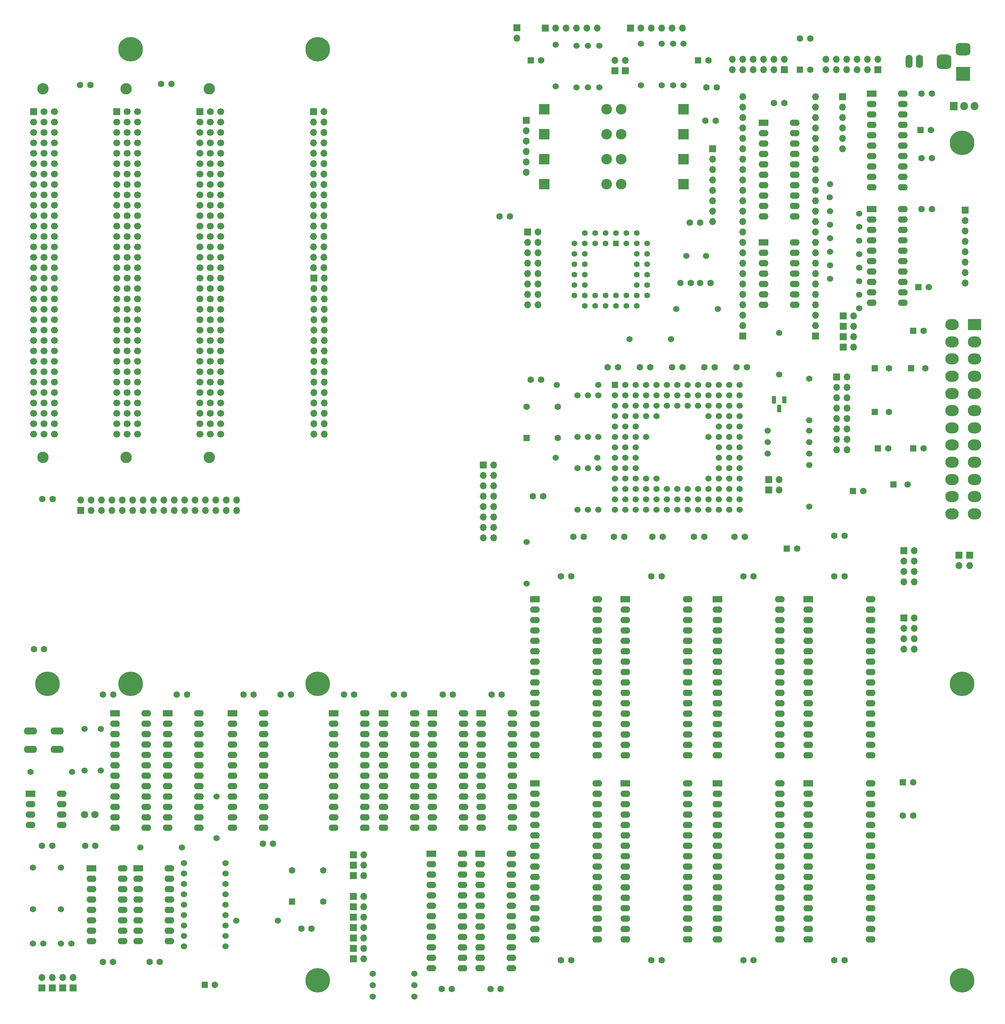
<source format=gbr>
G04 #@! TF.GenerationSoftware,KiCad,Pcbnew,(6.0.0-0)*
G04 #@! TF.CreationDate,2023-11-11T14:38:35+00:00*
G04 #@! TF.ProjectId,rosco_pro_030_proto,726f7363-6f5f-4707-926f-5f3033305f70,p5*
G04 #@! TF.SameCoordinates,Original*
G04 #@! TF.FileFunction,Soldermask,Bot*
G04 #@! TF.FilePolarity,Negative*
%FSLAX46Y46*%
G04 Gerber Fmt 4.6, Leading zero omitted, Abs format (unit mm)*
G04 Created by KiCad (PCBNEW (6.0.0-0)) date 2023-11-11 14:38:35*
%MOMM*%
%LPD*%
G01*
G04 APERTURE LIST*
G04 Aperture macros list*
%AMRoundRect*
0 Rectangle with rounded corners*
0 $1 Rounding radius*
0 $2 $3 $4 $5 $6 $7 $8 $9 X,Y pos of 4 corners*
0 Add a 4 corners polygon primitive as box body*
4,1,4,$2,$3,$4,$5,$6,$7,$8,$9,$2,$3,0*
0 Add four circle primitives for the rounded corners*
1,1,$1+$1,$2,$3*
1,1,$1+$1,$4,$5*
1,1,$1+$1,$6,$7*
1,1,$1+$1,$8,$9*
0 Add four rect primitives between the rounded corners*
20,1,$1+$1,$2,$3,$4,$5,0*
20,1,$1+$1,$4,$5,$6,$7,0*
20,1,$1+$1,$6,$7,$8,$9,0*
20,1,$1+$1,$8,$9,$2,$3,0*%
G04 Aperture macros list end*
%ADD10C,1.600000*%
%ADD11R,2.400000X1.600000*%
%ADD12O,2.400000X1.600000*%
%ADD13R,1.422400X1.422400*%
%ADD14C,1.422400*%
%ADD15C,1.803400*%
%ADD16R,1.600000X1.600000*%
%ADD17R,2.600000X2.600000*%
%ADD18O,2.600000X2.600000*%
%ADD19R,1.524000X1.524000*%
%ADD20C,1.524000*%
%ADD21R,1.700000X1.700000*%
%ADD22O,1.700000X1.700000*%
%ADD23R,3.500000X3.500000*%
%ADD24RoundRect,0.750000X-1.000000X0.750000X-1.000000X-0.750000X1.000000X-0.750000X1.000000X0.750000X0*%
%ADD25RoundRect,0.875000X-0.875000X0.875000X-0.875000X-0.875000X0.875000X-0.875000X0.875000X0.875000X0*%
%ADD26O,1.727200X3.251200*%
%ADD27R,1.100000X1.800000*%
%ADD28RoundRect,0.275000X0.275000X0.625000X-0.275000X0.625000X-0.275000X-0.625000X0.275000X-0.625000X0*%
%ADD29C,6.000000*%
%ADD30R,1.905000X2.000000*%
%ADD31O,1.905000X2.000000*%
%ADD32RoundRect,0.250001X-1.399999X1.099999X-1.399999X-1.099999X1.399999X-1.099999X1.399999X1.099999X0*%
%ADD33O,3.300000X2.700000*%
%ADD34O,3.251200X1.727200*%
%ADD35C,2.800000*%
%ADD36C,1.700000*%
G04 APERTURE END LIST*
D10*
X212809000Y-163704000D03*
X215309000Y-163704000D03*
X235003000Y-163704000D03*
X237503000Y-163704000D03*
X212809000Y-257430000D03*
X215309000Y-257430000D03*
X235003000Y-257430000D03*
X237503000Y-257430000D03*
D11*
X206434000Y-214250000D03*
D12*
X206434000Y-216790000D03*
X206434000Y-219330000D03*
X206434000Y-221870000D03*
X206434000Y-224410000D03*
X206434000Y-226950000D03*
X206434000Y-229490000D03*
X206434000Y-232030000D03*
X206434000Y-234570000D03*
X206434000Y-237110000D03*
X206434000Y-239650000D03*
X206434000Y-242190000D03*
X206434000Y-244730000D03*
X206434000Y-247270000D03*
X206434000Y-249810000D03*
X206434000Y-252350000D03*
X221674000Y-252350000D03*
X221674000Y-249810000D03*
X221674000Y-247270000D03*
X221674000Y-244730000D03*
X221674000Y-242190000D03*
X221674000Y-239650000D03*
X221674000Y-237110000D03*
X221674000Y-234570000D03*
X221674000Y-232030000D03*
X221674000Y-229490000D03*
X221674000Y-226950000D03*
X221674000Y-224410000D03*
X221674000Y-221870000D03*
X221674000Y-219330000D03*
X221674000Y-216790000D03*
X221674000Y-214250000D03*
D13*
X181660000Y-82424000D03*
D14*
X179120000Y-79884000D03*
X179120000Y-82424000D03*
X176580000Y-79884000D03*
X176580000Y-82424000D03*
X174040000Y-79884000D03*
X171500000Y-82424000D03*
X174040000Y-82424000D03*
X171500000Y-84964000D03*
X174040000Y-84964000D03*
X171500000Y-87504000D03*
X174040000Y-87504000D03*
X171500000Y-90044000D03*
X174040000Y-90044000D03*
X171500000Y-92584000D03*
X174040000Y-92584000D03*
X171500000Y-95124000D03*
X174040000Y-97664000D03*
X174040000Y-95124000D03*
X176580000Y-97664000D03*
X176580000Y-95124000D03*
X179120000Y-97664000D03*
X179120000Y-95124000D03*
X181660000Y-97664000D03*
X181660000Y-95124000D03*
X184200000Y-97664000D03*
X184200000Y-95124000D03*
X186740000Y-97664000D03*
X189280000Y-95124000D03*
X186740000Y-95124000D03*
X189280000Y-92584000D03*
X186740000Y-92584000D03*
X189280000Y-90044000D03*
X186740000Y-90044000D03*
X189280000Y-87504000D03*
X186740000Y-87504000D03*
X189280000Y-84964000D03*
X186740000Y-84964000D03*
X189280000Y-82424000D03*
X186740000Y-79884000D03*
X186740000Y-82424000D03*
X184200000Y-79884000D03*
X184200000Y-82424000D03*
X181660000Y-79884000D03*
D10*
X56234800Y-257811000D03*
X58734800Y-257811000D03*
X115173000Y-192533000D03*
X117673000Y-192533000D03*
X139303000Y-192533000D03*
X141803000Y-192533000D03*
D15*
X51777900Y-221882000D03*
X54317900Y-221882000D03*
D10*
X41388500Y-229515000D03*
X43888500Y-229515000D03*
X210616000Y-154052000D03*
X213116000Y-154052000D03*
X190550000Y-154052000D03*
X193050000Y-154052000D03*
X171246000Y-154052000D03*
X173746000Y-154052000D03*
X235000000Y-153798000D03*
X237500000Y-153798000D03*
X39399651Y-181484000D03*
X41899651Y-181484000D03*
X200710000Y-154052000D03*
X203210000Y-154052000D03*
X203250000Y-112650000D03*
X205750000Y-112650000D03*
X99730000Y-192533000D03*
X102230000Y-192533000D03*
D16*
X160832000Y-37720000D03*
D10*
X163332000Y-37720000D03*
X187502000Y-112650000D03*
X190002000Y-112650000D03*
D16*
X223431000Y-156896000D03*
D10*
X225931000Y-156896000D03*
D17*
X198170000Y-61850000D03*
D18*
X182930000Y-61850000D03*
D17*
X198170000Y-67946000D03*
D18*
X182930000Y-67946000D03*
D17*
X198170000Y-49658000D03*
D18*
X182930000Y-49658000D03*
D17*
X164134000Y-55754000D03*
D18*
X179374000Y-55754000D03*
D17*
X164134000Y-61850000D03*
D18*
X179374000Y-61850000D03*
D17*
X164134000Y-49658000D03*
D18*
X179374000Y-49658000D03*
D17*
X164134000Y-67946000D03*
D18*
X179374000Y-67946000D03*
D19*
X181406000Y-116968000D03*
D20*
X183946000Y-116968000D03*
X186486000Y-116968000D03*
X189026000Y-116968000D03*
X191566000Y-116968000D03*
X194106000Y-116968000D03*
X196646000Y-116968000D03*
X199186000Y-116968000D03*
X201726000Y-116968000D03*
X204266000Y-116968000D03*
X206806000Y-116968000D03*
X209346000Y-116968000D03*
X211886000Y-116968000D03*
X181406000Y-119508000D03*
X183946000Y-119508000D03*
X186486000Y-119508000D03*
X189026000Y-119508000D03*
X191566000Y-119508000D03*
X194106000Y-119508000D03*
X196646000Y-119508000D03*
X199186000Y-119508000D03*
X201726000Y-119508000D03*
X204266000Y-119508000D03*
X206806000Y-119508000D03*
X209346000Y-119508000D03*
X211886000Y-119508000D03*
X181406000Y-122048000D03*
X183946000Y-122048000D03*
X186486000Y-122048000D03*
X189026000Y-122048000D03*
X191566000Y-122048000D03*
X194106000Y-122048000D03*
X196646000Y-122048000D03*
X199186000Y-122048000D03*
X201726000Y-122048000D03*
X204266000Y-122048000D03*
X206806000Y-122048000D03*
X209346000Y-122048000D03*
X211886000Y-122048000D03*
X181406000Y-124588000D03*
X183946000Y-124588000D03*
X186486000Y-124588000D03*
X189026000Y-124588000D03*
X191566000Y-124588000D03*
X204266000Y-124588000D03*
X206806000Y-124588000D03*
X209346000Y-124588000D03*
X211886000Y-124588000D03*
X181406000Y-127128000D03*
X183946000Y-127128000D03*
X186486000Y-127128000D03*
X206806000Y-127128000D03*
X209346000Y-127128000D03*
X211886000Y-127128000D03*
X181406000Y-129668000D03*
X183946000Y-129668000D03*
X186486000Y-129668000D03*
X189026000Y-129668000D03*
X204266000Y-129668000D03*
X206806000Y-129668000D03*
X209346000Y-129668000D03*
X211886000Y-129668000D03*
X181406000Y-132208000D03*
X183946000Y-132208000D03*
X186486000Y-132208000D03*
X206806000Y-132208000D03*
X209346000Y-132208000D03*
X211886000Y-132208000D03*
X181406000Y-134748000D03*
X183946000Y-134748000D03*
X186486000Y-134748000D03*
X206806000Y-134748000D03*
X209346000Y-134748000D03*
X211886000Y-134748000D03*
X181406000Y-137288000D03*
X183946000Y-137288000D03*
X186486000Y-137288000D03*
X206806000Y-137288000D03*
X209346000Y-137288000D03*
X211886000Y-137288000D03*
X181406000Y-139828000D03*
X183946000Y-139828000D03*
X186486000Y-139828000D03*
X189026000Y-139828000D03*
X191566000Y-139828000D03*
X204266000Y-139828000D03*
X206806000Y-139828000D03*
X209346000Y-139828000D03*
X211886000Y-139828000D03*
X181406000Y-142368000D03*
X183946000Y-142368000D03*
X186486000Y-142368000D03*
X189026000Y-142368000D03*
X191566000Y-142368000D03*
X194106000Y-142368000D03*
X196646000Y-142368000D03*
X199186000Y-142368000D03*
X201726000Y-142368000D03*
X204266000Y-142368000D03*
X206806000Y-142368000D03*
X209346000Y-142368000D03*
X211886000Y-142368000D03*
X181406000Y-144908000D03*
X183946000Y-144908000D03*
X186486000Y-144908000D03*
X189026000Y-144908000D03*
X191566000Y-144908000D03*
X194106000Y-144908000D03*
X196646000Y-144908000D03*
X199186000Y-144908000D03*
X201726000Y-144908000D03*
X204266000Y-144908000D03*
X206806000Y-144908000D03*
X209346000Y-144908000D03*
X211886000Y-144908000D03*
X181406000Y-147448000D03*
X183946000Y-147448000D03*
X186486000Y-147448000D03*
X189026000Y-147448000D03*
X191566000Y-147448000D03*
X194106000Y-147448000D03*
X196646000Y-147448000D03*
X199186000Y-147448000D03*
X201726000Y-147448000D03*
X204266000Y-147448000D03*
X206806000Y-147448000D03*
X209346000Y-147448000D03*
X211886000Y-147448000D03*
D21*
X185216000Y-29846000D03*
D22*
X187756000Y-29846000D03*
X190296000Y-29846000D03*
X192836000Y-29846000D03*
X195376000Y-29846000D03*
X197916000Y-29846000D03*
D21*
X164388000Y-29846000D03*
D22*
X166928000Y-29846000D03*
X169468000Y-29846000D03*
X172008000Y-29846000D03*
X174548000Y-29846000D03*
X177088000Y-29846000D03*
D21*
X107747000Y-50279300D03*
D22*
X110287000Y-50279300D03*
X107747000Y-52819300D03*
X110287000Y-52819300D03*
X107747000Y-55359300D03*
X110287000Y-55359300D03*
X107747000Y-57899300D03*
X110287000Y-57899300D03*
X107747000Y-60439300D03*
X110287000Y-60439300D03*
X107747000Y-62979300D03*
X110287000Y-62979300D03*
X107747000Y-65519300D03*
X110287000Y-65519300D03*
X107747000Y-68059300D03*
X110287000Y-68059300D03*
X107747000Y-70599300D03*
X110287000Y-70599300D03*
X107747000Y-73139300D03*
X110287000Y-73139300D03*
X107747000Y-75679300D03*
X110287000Y-75679300D03*
X107747000Y-78219300D03*
X110287000Y-78219300D03*
X107747000Y-80759300D03*
X110287000Y-80759300D03*
X107747000Y-83299300D03*
X110287000Y-83299300D03*
X107747000Y-85839300D03*
X110287000Y-85839300D03*
X107747000Y-88379300D03*
X110287000Y-88379300D03*
D21*
X107785000Y-90919300D03*
D22*
X110325000Y-90919300D03*
X107785000Y-93459300D03*
X110325000Y-93459300D03*
X107785000Y-95999300D03*
X110325000Y-95999300D03*
X107785000Y-98539300D03*
X110325000Y-98539300D03*
X107785000Y-101079300D03*
X110325000Y-101079300D03*
X107785000Y-103619300D03*
X110325000Y-103619300D03*
X107785000Y-106159300D03*
X110325000Y-106159300D03*
X107785000Y-108699300D03*
X110325000Y-108699300D03*
X107785000Y-111239300D03*
X110325000Y-111239300D03*
X107785000Y-113779300D03*
X110325000Y-113779300D03*
X107785000Y-116319300D03*
X110325000Y-116319300D03*
X107785000Y-118859300D03*
X110325000Y-118859300D03*
X107785000Y-121399300D03*
X110325000Y-121399300D03*
X107785000Y-123939300D03*
X110325000Y-123939300D03*
X107785000Y-126479300D03*
X110325000Y-126479300D03*
X107785000Y-129019300D03*
X110325000Y-129019300D03*
D21*
X235560000Y-114980000D03*
D22*
X238100000Y-114980000D03*
X235560000Y-117520000D03*
X238100000Y-117520000D03*
X235560000Y-120060000D03*
X238100000Y-120060000D03*
X235560000Y-122600000D03*
X238100000Y-122600000D03*
X235560000Y-125140000D03*
X238100000Y-125140000D03*
X235560000Y-127680000D03*
X238100000Y-127680000D03*
X235560000Y-130220000D03*
X238100000Y-130220000D03*
X235560000Y-132760000D03*
X238100000Y-132760000D03*
D23*
X266496000Y-41022000D03*
D24*
X266496000Y-35022000D03*
D25*
X261796000Y-38022000D03*
D26*
X253288000Y-37974000D03*
X255828000Y-37974000D03*
D21*
X218998000Y-140082000D03*
D22*
X221538000Y-140082000D03*
D20*
X218744000Y-128144000D03*
X228904000Y-128144000D03*
X218744000Y-130938000D03*
X228904000Y-130938000D03*
X218744000Y-133732000D03*
X228904000Y-133732000D03*
X196392000Y-98426000D03*
X206552000Y-98426000D03*
X195630000Y-43816000D03*
X195630000Y-33656000D03*
X192836000Y-43816000D03*
X192836000Y-33656000D03*
X198170000Y-43816000D03*
X198170000Y-33656000D03*
X187756000Y-43816000D03*
X187756000Y-33656000D03*
X174802000Y-44324000D03*
X174802000Y-34164000D03*
X177596000Y-44324000D03*
X177596000Y-34164000D03*
X166928000Y-44070000D03*
X166928000Y-33910000D03*
X48754500Y-211404000D03*
X38594500Y-211404000D03*
X46024000Y-234824000D03*
X46024000Y-244984000D03*
X198805000Y-85472000D03*
X203631000Y-85472000D03*
D10*
X256336000Y-74042000D03*
X258836000Y-74042000D03*
X203758000Y-44324000D03*
X206258000Y-44324000D03*
X203504000Y-52452000D03*
X206004000Y-52452000D03*
D16*
X251764000Y-213996000D03*
D10*
X254264000Y-213996000D03*
D16*
X239572000Y-142876000D03*
D10*
X242072000Y-142876000D03*
X220278000Y-48134000D03*
X222778000Y-48134000D03*
X226618000Y-32386000D03*
X229118000Y-32386000D03*
D11*
X244144000Y-45848000D03*
D12*
X244144000Y-48388000D03*
X244144000Y-50928000D03*
X244144000Y-53468000D03*
X244144000Y-56008000D03*
X244144000Y-58548000D03*
X244144000Y-61088000D03*
X244144000Y-63628000D03*
X244144000Y-66168000D03*
X244144000Y-68708000D03*
X251764000Y-68708000D03*
X251764000Y-66168000D03*
X251764000Y-63628000D03*
X251764000Y-61088000D03*
X251764000Y-58548000D03*
X251764000Y-56008000D03*
X251764000Y-53468000D03*
X251764000Y-50928000D03*
X251764000Y-48388000D03*
X251764000Y-45848000D03*
D11*
X217728000Y-52960000D03*
D12*
X217728000Y-55500000D03*
X217728000Y-58040000D03*
X217728000Y-60580000D03*
X217728000Y-63120000D03*
X217728000Y-65660000D03*
X217728000Y-68200000D03*
X217728000Y-70740000D03*
X217728000Y-73280000D03*
X217728000Y-75820000D03*
X225348000Y-75820000D03*
X225348000Y-73280000D03*
X225348000Y-70740000D03*
X225348000Y-68200000D03*
X225348000Y-65660000D03*
X225348000Y-63120000D03*
X225348000Y-60580000D03*
X225348000Y-58040000D03*
X225348000Y-55500000D03*
X225348000Y-52960000D03*
D11*
X217728000Y-82170000D03*
D12*
X217728000Y-84710000D03*
X217728000Y-87250000D03*
X217728000Y-89790000D03*
X217728000Y-92330000D03*
X217728000Y-94870000D03*
X217728000Y-97410000D03*
X225348000Y-97410000D03*
X225348000Y-94870000D03*
X225348000Y-92330000D03*
X225348000Y-89790000D03*
X225348000Y-87250000D03*
X225348000Y-84710000D03*
X225348000Y-82170000D03*
D21*
X237032000Y-46610000D03*
D22*
X237032000Y-49150000D03*
X237032000Y-51690000D03*
X237032000Y-54230000D03*
X237032000Y-56770000D03*
X237032000Y-59310000D03*
D21*
X222808000Y-40006000D03*
D22*
X222808000Y-37466000D03*
X220268000Y-40006000D03*
X220268000Y-37466000D03*
X217728000Y-40006000D03*
X217728000Y-37466000D03*
X215188000Y-40006000D03*
X215188000Y-37466000D03*
X212648000Y-40006000D03*
X212648000Y-37466000D03*
X210108000Y-40006000D03*
X210108000Y-37466000D03*
D21*
X252018000Y-173874000D03*
D22*
X254558000Y-173874000D03*
X252018000Y-176414000D03*
X254558000Y-176414000D03*
X252018000Y-178954000D03*
X254558000Y-178954000D03*
X252018000Y-181494000D03*
X254558000Y-181494000D03*
D21*
X252018000Y-157390000D03*
D22*
X254558000Y-157390000D03*
X252018000Y-159930000D03*
X254558000Y-159930000D03*
X252018000Y-162470000D03*
X254558000Y-162470000D03*
X252018000Y-165010000D03*
X254558000Y-165010000D03*
D21*
X237188000Y-107748000D03*
D22*
X239728000Y-107748000D03*
D21*
X237204000Y-105208000D03*
D22*
X239744000Y-105208000D03*
D21*
X237188000Y-102668000D03*
D22*
X239728000Y-102668000D03*
D27*
X222808000Y-120632000D03*
D28*
X221538000Y-122702000D03*
X220268000Y-120632000D03*
D20*
X241132102Y-75094102D03*
X233947898Y-67909898D03*
X241096102Y-78360002D03*
X233911898Y-71175798D03*
X241132102Y-81698102D03*
X233947898Y-74513898D03*
X241132102Y-88302102D03*
X233947898Y-81117898D03*
X241132102Y-91604102D03*
X233947898Y-84419898D03*
X221538000Y-114428000D03*
X221538000Y-104268000D03*
D21*
X267004000Y-74296000D03*
D22*
X267004000Y-76836000D03*
X267004000Y-79376000D03*
X267004000Y-81916000D03*
X267004000Y-84456000D03*
X267004000Y-86996000D03*
X267004000Y-89536000D03*
X267004000Y-92076000D03*
D11*
X206434000Y-169292000D03*
D12*
X206434000Y-171832000D03*
X206434000Y-174372000D03*
X206434000Y-176912000D03*
X206434000Y-179452000D03*
X206434000Y-181992000D03*
X206434000Y-184532000D03*
X206434000Y-187072000D03*
X206434000Y-189612000D03*
X206434000Y-192152000D03*
X206434000Y-194692000D03*
X206434000Y-197232000D03*
X206434000Y-199772000D03*
X206434000Y-202312000D03*
X206434000Y-204852000D03*
X206434000Y-207392000D03*
X221674000Y-207392000D03*
X221674000Y-204852000D03*
X221674000Y-202312000D03*
X221674000Y-199772000D03*
X221674000Y-197232000D03*
X221674000Y-194692000D03*
X221674000Y-192152000D03*
X221674000Y-189612000D03*
X221674000Y-187072000D03*
X221674000Y-184532000D03*
X221674000Y-181992000D03*
X221674000Y-179452000D03*
X221674000Y-176912000D03*
X221674000Y-174372000D03*
X221674000Y-171832000D03*
X221674000Y-169292000D03*
D11*
X228628000Y-169292000D03*
D12*
X228628000Y-171832000D03*
X228628000Y-174372000D03*
X228628000Y-176912000D03*
X228628000Y-179452000D03*
X228628000Y-181992000D03*
X228628000Y-184532000D03*
X228628000Y-187072000D03*
X228628000Y-189612000D03*
X228628000Y-192152000D03*
X228628000Y-194692000D03*
X228628000Y-197232000D03*
X228628000Y-199772000D03*
X228628000Y-202312000D03*
X228628000Y-204852000D03*
X228628000Y-207392000D03*
X243868000Y-207392000D03*
X243868000Y-204852000D03*
X243868000Y-202312000D03*
X243868000Y-199772000D03*
X243868000Y-197232000D03*
X243868000Y-194692000D03*
X243868000Y-192152000D03*
X243868000Y-189612000D03*
X243868000Y-187072000D03*
X243868000Y-184532000D03*
X243868000Y-181992000D03*
X243868000Y-179452000D03*
X243868000Y-176912000D03*
X243868000Y-174372000D03*
X243868000Y-171832000D03*
X243868000Y-169292000D03*
D11*
X228628000Y-214250000D03*
D12*
X228628000Y-216790000D03*
X228628000Y-219330000D03*
X228628000Y-221870000D03*
X228628000Y-224410000D03*
X228628000Y-226950000D03*
X228628000Y-229490000D03*
X228628000Y-232030000D03*
X228628000Y-234570000D03*
X228628000Y-237110000D03*
X228628000Y-239650000D03*
X228628000Y-242190000D03*
X228628000Y-244730000D03*
X228628000Y-247270000D03*
X228628000Y-249810000D03*
X228628000Y-252350000D03*
X243868000Y-252350000D03*
X243868000Y-249810000D03*
X243868000Y-247270000D03*
X243868000Y-244730000D03*
X243868000Y-242190000D03*
X243868000Y-239650000D03*
X243868000Y-237110000D03*
X243868000Y-234570000D03*
X243868000Y-232030000D03*
X243868000Y-229490000D03*
X243868000Y-226950000D03*
X243868000Y-224410000D03*
X243868000Y-221870000D03*
X243868000Y-219330000D03*
X243868000Y-216790000D03*
X243868000Y-214250000D03*
D10*
X202234000Y-92076000D03*
X204734000Y-92076000D03*
X199694000Y-77344000D03*
X202194000Y-77344000D03*
X197408000Y-92076000D03*
X199908000Y-92076000D03*
D21*
X160070000Y-79630000D03*
D22*
X162610000Y-79630000D03*
X160070000Y-82170000D03*
X162610000Y-82170000D03*
X160070000Y-84710000D03*
X162610000Y-84710000D03*
X160070000Y-87250000D03*
X162610000Y-87250000D03*
X160070000Y-89790000D03*
X162610000Y-89790000D03*
X160070000Y-92330000D03*
X162610000Y-92330000D03*
X160070000Y-94870000D03*
X162610000Y-94870000D03*
X160070000Y-97410000D03*
X162610000Y-97410000D03*
D21*
X183946000Y-40260000D03*
D22*
X183946000Y-37720000D03*
D21*
X181406000Y-40260000D03*
D22*
X181406000Y-37720000D03*
D17*
X198170000Y-55754000D03*
D18*
X182930000Y-55754000D03*
D20*
X172008000Y-44324000D03*
X172008000Y-34164000D03*
D11*
X38594500Y-216815000D03*
D12*
X38594500Y-219355000D03*
X38594500Y-221895000D03*
X38594500Y-224435000D03*
X46214500Y-224435000D03*
X46214500Y-221895000D03*
X46214500Y-219355000D03*
X46214500Y-216815000D03*
D20*
X39166000Y-234824000D03*
X39166000Y-244984000D03*
D21*
X50838100Y-147599000D03*
D22*
X50838100Y-145059000D03*
X53378100Y-147599000D03*
X53378100Y-145059000D03*
X55918100Y-147599000D03*
X55918100Y-145059000D03*
X58458100Y-147599000D03*
X58458100Y-145059000D03*
X60998100Y-147599000D03*
X60998100Y-145059000D03*
X63538100Y-147599000D03*
X63538100Y-145059000D03*
X66078100Y-147599000D03*
X66078100Y-145059000D03*
X68618100Y-147599000D03*
X68618100Y-145059000D03*
X71158100Y-147599000D03*
X71158100Y-145059000D03*
X73698100Y-147599000D03*
X73698100Y-145059000D03*
X76238100Y-147599000D03*
X76238100Y-145059000D03*
X78778100Y-147599000D03*
X78778100Y-145059000D03*
X81318100Y-147599000D03*
X81318100Y-145059000D03*
X83858100Y-147599000D03*
X83858100Y-145059000D03*
X86398100Y-147599000D03*
X86398100Y-145059000D03*
X88938100Y-147599000D03*
X88938100Y-145059000D03*
D21*
X218998000Y-142622000D03*
D22*
X221538000Y-142622000D03*
D21*
X245665000Y-40006000D03*
D22*
X245665000Y-37466000D03*
X243125000Y-40006000D03*
X243125000Y-37466000D03*
X240585000Y-40006000D03*
X240585000Y-37466000D03*
X238045000Y-40006000D03*
X238045000Y-37466000D03*
X235505000Y-40006000D03*
X235505000Y-37466000D03*
X232965000Y-40006000D03*
X232965000Y-37466000D03*
D21*
X230428000Y-105030000D03*
D22*
X230428000Y-102490000D03*
X230428000Y-99950000D03*
X230428000Y-97410000D03*
X230428000Y-94870000D03*
X230428000Y-92330000D03*
X230428000Y-89790000D03*
X230428000Y-87250000D03*
X230428000Y-84710000D03*
X230428000Y-82170000D03*
X230428000Y-79630000D03*
X230428000Y-77090000D03*
X230428000Y-74550000D03*
X230428000Y-72010000D03*
X230428000Y-69470000D03*
X230428000Y-66930000D03*
X230428000Y-64390000D03*
X230428000Y-61850000D03*
X230428000Y-59310000D03*
X230428000Y-56770000D03*
X230428000Y-54230000D03*
X230428000Y-51690000D03*
X230428000Y-49150000D03*
X230428000Y-46610000D03*
D21*
X212628000Y-105030000D03*
D22*
X212628000Y-102490000D03*
X212628000Y-99950000D03*
X212628000Y-97410000D03*
X212628000Y-94870000D03*
X212628000Y-92330000D03*
X212628000Y-89790000D03*
X212628000Y-87250000D03*
X212628000Y-84710000D03*
X212628000Y-82170000D03*
X212628000Y-79630000D03*
X212628000Y-77090000D03*
X212628000Y-74550000D03*
X212628000Y-72010000D03*
X212628000Y-69470000D03*
X212628000Y-66930000D03*
X212628000Y-64390000D03*
X212628000Y-61850000D03*
X212628000Y-59310000D03*
X212628000Y-56770000D03*
X212628000Y-54230000D03*
X212628000Y-51690000D03*
X212628000Y-49150000D03*
X212628000Y-46610000D03*
D11*
X244144000Y-74042000D03*
D12*
X244144000Y-76582000D03*
X244144000Y-79122000D03*
X244144000Y-81662000D03*
X244144000Y-84202000D03*
X244144000Y-86742000D03*
X244144000Y-89282000D03*
X244144000Y-91822000D03*
X244144000Y-94362000D03*
X244144000Y-96902000D03*
X251764000Y-96902000D03*
X251764000Y-94362000D03*
X251764000Y-91822000D03*
X251764000Y-89282000D03*
X251764000Y-86742000D03*
X251764000Y-84202000D03*
X251764000Y-81662000D03*
X251764000Y-79122000D03*
X251764000Y-76582000D03*
X251764000Y-74042000D03*
D10*
X151241000Y-192533000D03*
X153741000Y-192533000D03*
D29*
X63000000Y-35000000D03*
X108720000Y-35000000D03*
X266200000Y-57860000D03*
X42680000Y-189940000D03*
X63000000Y-189940000D03*
X108720000Y-189940000D03*
X266200000Y-189940000D03*
X108720000Y-262330000D03*
X266200000Y-262330000D03*
D16*
X244906000Y-112904000D03*
D10*
X248406000Y-112904000D03*
D16*
X253796000Y-112904000D03*
D10*
X257296000Y-112904000D03*
D16*
X245668000Y-132462000D03*
D10*
X248168000Y-132462000D03*
X251764000Y-222124000D03*
X254264000Y-222124000D03*
D16*
X254304000Y-103760000D03*
D10*
X256804000Y-103760000D03*
D16*
X226618000Y-40006000D03*
D10*
X229118000Y-40006000D03*
D16*
X254304000Y-132462000D03*
D10*
X256804000Y-132462000D03*
D16*
X244906000Y-123572000D03*
D10*
X248406000Y-123572000D03*
D16*
X255574000Y-93092000D03*
D10*
X258074000Y-93092000D03*
X256336000Y-45848000D03*
X258836000Y-45848000D03*
X127365000Y-192533000D03*
X129865000Y-192533000D03*
X161340000Y-144146000D03*
X163840000Y-144146000D03*
X160832000Y-115698000D03*
X163332000Y-115698000D03*
X179628000Y-112650000D03*
X182128000Y-112650000D03*
X195376000Y-112650000D03*
X197876000Y-112650000D03*
X211124000Y-112650000D03*
X213624000Y-112650000D03*
D20*
X228904000Y-136526000D03*
X228904000Y-146686000D03*
X228904000Y-115444000D03*
X228904000Y-125604000D03*
X174802000Y-129668000D03*
X174802000Y-119508000D03*
X177342000Y-116968000D03*
X167182000Y-116968000D03*
X184962000Y-105792000D03*
X195122000Y-105792000D03*
X177088000Y-134748000D03*
X166928000Y-134748000D03*
X177342000Y-137288000D03*
X177342000Y-147448000D03*
X172262000Y-147448000D03*
X172262000Y-137288000D03*
X177342000Y-129668000D03*
X177342000Y-119508000D03*
X172262000Y-129668000D03*
X172262000Y-119508000D03*
X174802000Y-147448000D03*
X174802000Y-137288000D03*
D11*
X161848000Y-214250000D03*
D12*
X161848000Y-216790000D03*
X161848000Y-219330000D03*
X161848000Y-221870000D03*
X161848000Y-224410000D03*
X161848000Y-226950000D03*
X161848000Y-229490000D03*
X161848000Y-232030000D03*
X161848000Y-234570000D03*
X161848000Y-237110000D03*
X161848000Y-239650000D03*
X161848000Y-242190000D03*
X161848000Y-244730000D03*
X161848000Y-247270000D03*
X161848000Y-249810000D03*
X161848000Y-252350000D03*
X177088000Y-252350000D03*
X177088000Y-249810000D03*
X177088000Y-247270000D03*
X177088000Y-244730000D03*
X177088000Y-242190000D03*
X177088000Y-239650000D03*
X177088000Y-237110000D03*
X177088000Y-234570000D03*
X177088000Y-232030000D03*
X177088000Y-229490000D03*
X177088000Y-226950000D03*
X177088000Y-224410000D03*
X177088000Y-221870000D03*
X177088000Y-219330000D03*
X177088000Y-216790000D03*
X177088000Y-214250000D03*
D11*
X183946000Y-214250000D03*
D12*
X183946000Y-216790000D03*
X183946000Y-219330000D03*
X183946000Y-221870000D03*
X183946000Y-224410000D03*
X183946000Y-226950000D03*
X183946000Y-229490000D03*
X183946000Y-232030000D03*
X183946000Y-234570000D03*
X183946000Y-237110000D03*
X183946000Y-239650000D03*
X183946000Y-242190000D03*
X183946000Y-244730000D03*
X183946000Y-247270000D03*
X183946000Y-249810000D03*
X183946000Y-252350000D03*
X199186000Y-252350000D03*
X199186000Y-249810000D03*
X199186000Y-247270000D03*
X199186000Y-244730000D03*
X199186000Y-242190000D03*
X199186000Y-239650000D03*
X199186000Y-237110000D03*
X199186000Y-234570000D03*
X199186000Y-232030000D03*
X199186000Y-229490000D03*
X199186000Y-226950000D03*
X199186000Y-224410000D03*
X199186000Y-221870000D03*
X199186000Y-219330000D03*
X199186000Y-216790000D03*
X199186000Y-214250000D03*
D10*
X168223000Y-163704000D03*
X170723000Y-163704000D03*
X190296000Y-163704000D03*
X192796000Y-163704000D03*
X168223000Y-257430000D03*
X170723000Y-257430000D03*
X190321000Y-257430000D03*
X192821000Y-257430000D03*
D11*
X161848000Y-169292000D03*
D12*
X161848000Y-171832000D03*
X161848000Y-174372000D03*
X161848000Y-176912000D03*
X161848000Y-179452000D03*
X161848000Y-181992000D03*
X161848000Y-184532000D03*
X161848000Y-187072000D03*
X161848000Y-189612000D03*
X161848000Y-192152000D03*
X161848000Y-194692000D03*
X161848000Y-197232000D03*
X161848000Y-199772000D03*
X161848000Y-202312000D03*
X161848000Y-204852000D03*
X161848000Y-207392000D03*
X177088000Y-207392000D03*
X177088000Y-204852000D03*
X177088000Y-202312000D03*
X177088000Y-199772000D03*
X177088000Y-197232000D03*
X177088000Y-194692000D03*
X177088000Y-192152000D03*
X177088000Y-189612000D03*
X177088000Y-187072000D03*
X177088000Y-184532000D03*
X177088000Y-181992000D03*
X177088000Y-179452000D03*
X177088000Y-176912000D03*
X177088000Y-174372000D03*
X177088000Y-171832000D03*
X177088000Y-169292000D03*
D11*
X183946000Y-169292000D03*
D12*
X183946000Y-171832000D03*
X183946000Y-174372000D03*
X183946000Y-176912000D03*
X183946000Y-179452000D03*
X183946000Y-181992000D03*
X183946000Y-184532000D03*
X183946000Y-187072000D03*
X183946000Y-189612000D03*
X183946000Y-192152000D03*
X183946000Y-194692000D03*
X183946000Y-197232000D03*
X183946000Y-199772000D03*
X183946000Y-202312000D03*
X183946000Y-204852000D03*
X183946000Y-207392000D03*
X199186000Y-207392000D03*
X199186000Y-204852000D03*
X199186000Y-202312000D03*
X199186000Y-199772000D03*
X199186000Y-197232000D03*
X199186000Y-194692000D03*
X199186000Y-192152000D03*
X199186000Y-189612000D03*
X199186000Y-187072000D03*
X199186000Y-184532000D03*
X199186000Y-181992000D03*
X199186000Y-179452000D03*
X199186000Y-176912000D03*
X199186000Y-174372000D03*
X199186000Y-171832000D03*
X199186000Y-169292000D03*
D20*
X241132102Y-94906102D03*
X233947898Y-87721898D03*
X241132102Y-85000102D03*
X233947898Y-77815898D03*
X241132102Y-98208102D03*
X233947898Y-91023898D03*
D21*
X205282000Y-59310000D03*
D22*
X205282000Y-61850000D03*
X205282000Y-64390000D03*
X205282000Y-66930000D03*
X205282000Y-69470000D03*
X205282000Y-72010000D03*
X205282000Y-74550000D03*
X205282000Y-77090000D03*
D21*
X149238000Y-136474000D03*
D22*
X151778000Y-136474000D03*
X149238000Y-139014000D03*
X151778000Y-139014000D03*
X149238000Y-141554000D03*
X151778000Y-141554000D03*
X149238000Y-144094000D03*
X151778000Y-144094000D03*
X149238000Y-146634000D03*
X151778000Y-146634000D03*
X149238000Y-149174000D03*
X151778000Y-149174000D03*
X149238000Y-151714000D03*
X151778000Y-151714000D03*
X149238000Y-154254000D03*
X151778000Y-154254000D03*
D10*
X256336000Y-61596000D03*
X258836000Y-61596000D03*
D16*
X256082000Y-54738000D03*
D10*
X258582000Y-54738000D03*
D30*
X264210000Y-48896000D03*
D31*
X266750000Y-48896000D03*
X269290000Y-48896000D03*
D32*
X269290000Y-102236000D03*
D33*
X269290000Y-106436000D03*
X269290000Y-110636000D03*
X269290000Y-114836000D03*
X269290000Y-119036000D03*
X269290000Y-123236000D03*
X269290000Y-127436000D03*
X269290000Y-131636000D03*
X269290000Y-135836000D03*
X269290000Y-140036000D03*
X269290000Y-144236000D03*
X269290000Y-148436000D03*
X263790000Y-102236000D03*
X263790000Y-106436000D03*
X263790000Y-110636000D03*
X263790000Y-114836000D03*
X263790000Y-119036000D03*
X263790000Y-123236000D03*
X263790000Y-127436000D03*
X263790000Y-131636000D03*
X263790000Y-135836000D03*
X263790000Y-140036000D03*
X263790000Y-144236000D03*
X263790000Y-148436000D03*
D21*
X43942000Y-264160000D03*
D22*
X43942000Y-261620000D03*
D21*
X157460000Y-29730000D03*
D22*
X157460000Y-32270000D03*
D10*
X153212000Y-75820000D03*
X155712000Y-75820000D03*
D20*
X39166000Y-253366000D03*
X41706000Y-253366000D03*
X46024000Y-253366000D03*
X48564000Y-253366000D03*
D34*
X38594500Y-201447400D03*
X45096900Y-201447400D03*
X38594500Y-205968600D03*
X45096900Y-205968600D03*
D16*
X201726000Y-37720000D03*
D10*
X204226000Y-37720000D03*
X181152000Y-154052000D03*
X183652000Y-154052000D03*
X51920000Y-229480000D03*
X54420000Y-229480000D03*
D21*
X265518000Y-158545000D03*
D22*
X265518000Y-161085000D03*
D21*
X268072000Y-158545000D03*
D22*
X268072000Y-161085000D03*
D20*
X159816000Y-155270000D03*
X159816000Y-165430000D03*
D16*
X159816000Y-129922000D03*
D10*
X167436000Y-129922000D03*
X167436000Y-122302000D03*
X159816000Y-122302000D03*
D20*
X99009200Y-247777000D03*
X88849200Y-247777000D03*
D10*
X150987000Y-264415000D03*
X153487000Y-264415000D03*
X139049000Y-264415000D03*
X141549000Y-264415000D03*
X74333100Y-192533000D03*
X76833100Y-192533000D03*
X90614500Y-192533000D03*
X93114500Y-192533000D03*
D16*
X81126800Y-263399000D03*
D10*
X83626800Y-263399000D03*
D11*
X136753000Y-197105000D03*
D12*
X136753000Y-199645000D03*
X136753000Y-202185000D03*
X136753000Y-204725000D03*
X136753000Y-207265000D03*
X136753000Y-209805000D03*
X136753000Y-212345000D03*
X136753000Y-214885000D03*
X136753000Y-217425000D03*
X136753000Y-219965000D03*
X136753000Y-222505000D03*
X136753000Y-225045000D03*
X144373000Y-225045000D03*
X144373000Y-222505000D03*
X144373000Y-219965000D03*
X144373000Y-217425000D03*
X144373000Y-214885000D03*
X144373000Y-212345000D03*
X144373000Y-209805000D03*
X144373000Y-207265000D03*
X144373000Y-204725000D03*
X144373000Y-202185000D03*
X144373000Y-199645000D03*
X144373000Y-197105000D03*
D11*
X148691000Y-197105000D03*
D12*
X148691000Y-199645000D03*
X148691000Y-202185000D03*
X148691000Y-204725000D03*
X148691000Y-207265000D03*
X148691000Y-209805000D03*
X148691000Y-212345000D03*
X148691000Y-214885000D03*
X148691000Y-217425000D03*
X148691000Y-219965000D03*
X148691000Y-222505000D03*
X148691000Y-225045000D03*
X156311000Y-225045000D03*
X156311000Y-222505000D03*
X156311000Y-219965000D03*
X156311000Y-217425000D03*
X156311000Y-214885000D03*
X156311000Y-212345000D03*
X156311000Y-209805000D03*
X156311000Y-207265000D03*
X156311000Y-204725000D03*
X156311000Y-202185000D03*
X156311000Y-199645000D03*
X156311000Y-197105000D03*
D11*
X148437000Y-231395000D03*
D12*
X148437000Y-233935000D03*
X148437000Y-236475000D03*
X148437000Y-239015000D03*
X148437000Y-241555000D03*
X148437000Y-244095000D03*
X148437000Y-246635000D03*
X148437000Y-249175000D03*
X148437000Y-251715000D03*
X148437000Y-254255000D03*
X148437000Y-256795000D03*
X148437000Y-259335000D03*
X156057000Y-259335000D03*
X156057000Y-256795000D03*
X156057000Y-254255000D03*
X156057000Y-251715000D03*
X156057000Y-249175000D03*
X156057000Y-246635000D03*
X156057000Y-244095000D03*
X156057000Y-241555000D03*
X156057000Y-239015000D03*
X156057000Y-236475000D03*
X156057000Y-233935000D03*
X156057000Y-231395000D03*
D11*
X136499000Y-231395000D03*
D12*
X136499000Y-233935000D03*
X136499000Y-236475000D03*
X136499000Y-239015000D03*
X136499000Y-241555000D03*
X136499000Y-244095000D03*
X136499000Y-246635000D03*
X136499000Y-249175000D03*
X136499000Y-251715000D03*
X136499000Y-254255000D03*
X136499000Y-256795000D03*
X136499000Y-259335000D03*
X144119000Y-259335000D03*
X144119000Y-256795000D03*
X144119000Y-254255000D03*
X144119000Y-251715000D03*
X144119000Y-249175000D03*
X144119000Y-246635000D03*
X144119000Y-244095000D03*
X144119000Y-241555000D03*
X144119000Y-239015000D03*
X144119000Y-236475000D03*
X144119000Y-233935000D03*
X144119000Y-231395000D03*
D20*
X75538800Y-229871000D03*
X65378800Y-229871000D03*
X84074000Y-217424000D03*
X84074000Y-227584000D03*
X122224000Y-260694000D03*
X132384000Y-260694000D03*
X122224000Y-263488000D03*
X132384000Y-263488000D03*
X86206800Y-251461000D03*
X76046800Y-251461000D03*
X86206800Y-248921000D03*
X76046800Y-248921000D03*
X86206800Y-241301000D03*
X76046800Y-241301000D03*
X86206800Y-233681000D03*
X76046800Y-233681000D03*
X86206800Y-236221000D03*
X76046800Y-236221000D03*
X86206800Y-238761000D03*
X76046800Y-238761000D03*
X86206800Y-243841000D03*
X76046800Y-243841000D03*
X86206800Y-254001000D03*
X76046800Y-254001000D03*
X76046800Y-246381000D03*
X86206800Y-246381000D03*
D21*
X117512000Y-231649000D03*
D22*
X120052000Y-231649000D03*
D21*
X117512000Y-234189000D03*
D22*
X120052000Y-234189000D03*
D21*
X117512000Y-236729000D03*
D22*
X120052000Y-236729000D03*
D21*
X117512000Y-241809000D03*
D22*
X120052000Y-241809000D03*
D21*
X117512000Y-244349000D03*
D22*
X120052000Y-244349000D03*
D21*
X117512000Y-246889000D03*
D22*
X120052000Y-246889000D03*
D21*
X117512000Y-249429000D03*
D22*
X120052000Y-249429000D03*
D21*
X117512000Y-251969000D03*
D22*
X120052000Y-251969000D03*
D21*
X117512000Y-254509000D03*
D22*
X120052000Y-254509000D03*
D21*
X117512000Y-257049000D03*
D22*
X120052000Y-257049000D03*
D10*
X67664800Y-257811000D03*
X70164800Y-257811000D03*
D11*
X112623000Y-197105000D03*
D12*
X112623000Y-199645000D03*
X112623000Y-202185000D03*
X112623000Y-204725000D03*
X112623000Y-207265000D03*
X112623000Y-209805000D03*
X112623000Y-212345000D03*
X112623000Y-214885000D03*
X112623000Y-217425000D03*
X112623000Y-219965000D03*
X112623000Y-222505000D03*
X112623000Y-225045000D03*
X120243000Y-225045000D03*
X120243000Y-222505000D03*
X120243000Y-219965000D03*
X120243000Y-217425000D03*
X120243000Y-214885000D03*
X120243000Y-212345000D03*
X120243000Y-209805000D03*
X120243000Y-207265000D03*
X120243000Y-204725000D03*
X120243000Y-202185000D03*
X120243000Y-199645000D03*
X120243000Y-197105000D03*
D11*
X124815000Y-197105000D03*
D12*
X124815000Y-199645000D03*
X124815000Y-202185000D03*
X124815000Y-204725000D03*
X124815000Y-207265000D03*
X124815000Y-209805000D03*
X124815000Y-212345000D03*
X124815000Y-214885000D03*
X124815000Y-217425000D03*
X124815000Y-219965000D03*
X124815000Y-222505000D03*
X124815000Y-225045000D03*
X132435000Y-225045000D03*
X132435000Y-222505000D03*
X132435000Y-219965000D03*
X132435000Y-217425000D03*
X132435000Y-214885000D03*
X132435000Y-212345000D03*
X132435000Y-209805000D03*
X132435000Y-207265000D03*
X132435000Y-204725000D03*
X132435000Y-202185000D03*
X132435000Y-199645000D03*
X132435000Y-197105000D03*
D20*
X122224000Y-266282000D03*
X132384000Y-266282000D03*
D11*
X53440800Y-234951000D03*
D12*
X53440800Y-237491000D03*
X53440800Y-240031000D03*
X53440800Y-242571000D03*
X53440800Y-245111000D03*
X53440800Y-247651000D03*
X53440800Y-250191000D03*
X53440800Y-252731000D03*
X61060800Y-252731000D03*
X61060800Y-250191000D03*
X61060800Y-247651000D03*
X61060800Y-245111000D03*
X61060800Y-242571000D03*
X61060800Y-240031000D03*
X61060800Y-237491000D03*
X61060800Y-234951000D03*
D11*
X64870800Y-234951000D03*
D12*
X64870800Y-237491000D03*
X64870800Y-240031000D03*
X64870800Y-242571000D03*
X64870800Y-245111000D03*
X64870800Y-247651000D03*
X64870800Y-250191000D03*
X64870800Y-252731000D03*
X72490800Y-252731000D03*
X72490800Y-250191000D03*
X72490800Y-247651000D03*
X72490800Y-245111000D03*
X72490800Y-242571000D03*
X72490800Y-240031000D03*
X72490800Y-237491000D03*
X72490800Y-234951000D03*
D10*
X50711100Y-43700700D03*
X53211100Y-43700700D03*
X41452000Y-144780000D03*
X43952000Y-144780000D03*
X104749000Y-249683000D03*
X107249000Y-249683000D03*
X97840800Y-228981000D03*
X95340800Y-228981000D03*
D11*
X87934800Y-197105000D03*
D12*
X87934800Y-199645000D03*
X87934800Y-202185000D03*
X87934800Y-204725000D03*
X87934800Y-207265000D03*
X87934800Y-209805000D03*
X87934800Y-212345000D03*
X87934800Y-214885000D03*
X87934800Y-217425000D03*
X87934800Y-219965000D03*
X87934800Y-222505000D03*
X87934800Y-225045000D03*
X95554800Y-225045000D03*
X95554800Y-222505000D03*
X95554800Y-219965000D03*
X95554800Y-217425000D03*
X95554800Y-214885000D03*
X95554800Y-212345000D03*
X95554800Y-209805000D03*
X95554800Y-207265000D03*
X95554800Y-204725000D03*
X95554800Y-202185000D03*
X95554800Y-199645000D03*
X95554800Y-197105000D03*
D11*
X72112800Y-197105000D03*
D12*
X72112800Y-199645000D03*
X72112800Y-202185000D03*
X72112800Y-204725000D03*
X72112800Y-207265000D03*
X72112800Y-209805000D03*
X72112800Y-212345000D03*
X72112800Y-214885000D03*
X72112800Y-217425000D03*
X72112800Y-219965000D03*
X72112800Y-222505000D03*
X72112800Y-225045000D03*
X79732800Y-225045000D03*
X79732800Y-222505000D03*
X79732800Y-219965000D03*
X79732800Y-217425000D03*
X79732800Y-214885000D03*
X79732800Y-212345000D03*
X79732800Y-209805000D03*
X79732800Y-207265000D03*
X79732800Y-204725000D03*
X79732800Y-202185000D03*
X79732800Y-199645000D03*
X79732800Y-197105000D03*
D10*
X70510400Y-43484800D03*
X73010400Y-43484800D03*
D16*
X102463000Y-243079000D03*
D10*
X110083000Y-243079000D03*
X110083000Y-235459000D03*
X102463000Y-235459000D03*
D20*
X51790600Y-211087000D03*
X51790600Y-200927000D03*
D21*
X237211000Y-100127000D03*
D22*
X239751000Y-100127000D03*
D35*
X41610000Y-44649300D03*
X41610000Y-134649300D03*
D21*
X39370000Y-50279300D03*
D36*
X39370000Y-52819300D03*
X39370000Y-55359300D03*
X39370000Y-57899300D03*
X39370000Y-60439300D03*
X39370000Y-62979300D03*
X39370000Y-65519300D03*
X39370000Y-68059300D03*
X39370000Y-70599300D03*
X39370000Y-73139300D03*
X39370000Y-75679300D03*
X39370000Y-78219300D03*
X39370000Y-80759300D03*
X39370000Y-83299300D03*
X39370000Y-85839300D03*
X39370000Y-88379300D03*
X39370000Y-90919300D03*
X39370000Y-93459300D03*
X39370000Y-95999300D03*
X39370000Y-98539300D03*
X39370000Y-101079300D03*
X39370000Y-103619300D03*
X39370000Y-106159300D03*
X39370000Y-108699300D03*
X39370000Y-111239300D03*
X39370000Y-113779300D03*
X39370000Y-116319300D03*
X39370000Y-118859300D03*
X39370000Y-121399300D03*
X39370000Y-123939300D03*
X39370000Y-126479300D03*
X39370000Y-129019300D03*
X41910000Y-50279300D03*
X41910000Y-52819300D03*
X41910000Y-55359300D03*
X41910000Y-57899300D03*
X41910000Y-60439300D03*
X41910000Y-62979300D03*
X41910000Y-65519300D03*
X41910000Y-68059300D03*
X41910000Y-70599300D03*
X41910000Y-73139300D03*
X41910000Y-75679300D03*
X41910000Y-78219300D03*
X41910000Y-80759300D03*
X41910000Y-83299300D03*
X41910000Y-85839300D03*
X41910000Y-88379300D03*
X41910000Y-90919300D03*
X41910000Y-93459300D03*
X41910000Y-95999300D03*
X41910000Y-98539300D03*
X41910000Y-101079300D03*
X41910000Y-103619300D03*
X41910000Y-106159300D03*
X41910000Y-108699300D03*
X41910000Y-111239300D03*
X41910000Y-113779300D03*
X41910000Y-116319300D03*
X41910000Y-118859300D03*
X41910000Y-121399300D03*
X41910000Y-123939300D03*
X41910000Y-126479300D03*
X41910000Y-129019300D03*
X44450000Y-50279300D03*
X44450000Y-52819300D03*
X44450000Y-55359300D03*
X44450000Y-57899300D03*
X44450000Y-60439300D03*
X44450000Y-62979300D03*
X44450000Y-65519300D03*
X44450000Y-68059300D03*
X44450000Y-70599300D03*
X44450000Y-73139300D03*
X44450000Y-75679300D03*
X44450000Y-78219300D03*
X44450000Y-80759300D03*
X44450000Y-83299300D03*
X44450000Y-85839300D03*
X44450000Y-88379300D03*
X44450000Y-90919300D03*
X44450000Y-93459300D03*
X44450000Y-95999300D03*
X44450000Y-98539300D03*
X44450000Y-101079300D03*
X44450000Y-103619300D03*
X44450000Y-106159300D03*
X44450000Y-108699300D03*
X44450000Y-111239300D03*
X44450000Y-113779300D03*
X44450000Y-116319300D03*
X44450000Y-118859300D03*
X44450000Y-121399300D03*
X44450000Y-123939300D03*
X44450000Y-126479300D03*
X44450000Y-129019300D03*
D35*
X82250000Y-44649300D03*
X82250000Y-134649300D03*
D21*
X80010000Y-50279300D03*
D36*
X80010000Y-52819300D03*
X80010000Y-55359300D03*
X80010000Y-57899300D03*
X80010000Y-60439300D03*
X80010000Y-62979300D03*
X80010000Y-65519300D03*
X80010000Y-68059300D03*
X80010000Y-70599300D03*
X80010000Y-73139300D03*
X80010000Y-75679300D03*
X80010000Y-78219300D03*
X80010000Y-80759300D03*
X80010000Y-83299300D03*
X80010000Y-85839300D03*
X80010000Y-88379300D03*
X80010000Y-90919300D03*
X80010000Y-93459300D03*
X80010000Y-95999300D03*
X80010000Y-98539300D03*
X80010000Y-101079300D03*
X80010000Y-103619300D03*
X80010000Y-106159300D03*
X80010000Y-108699300D03*
X80010000Y-111239300D03*
X80010000Y-113779300D03*
X80010000Y-116319300D03*
X80010000Y-118859300D03*
X80010000Y-121399300D03*
X80010000Y-123939300D03*
X80010000Y-126479300D03*
X80010000Y-129019300D03*
X82550000Y-50279300D03*
X82550000Y-52819300D03*
X82550000Y-55359300D03*
X82550000Y-57899300D03*
X82550000Y-60439300D03*
X82550000Y-62979300D03*
X82550000Y-65519300D03*
X82550000Y-68059300D03*
X82550000Y-70599300D03*
X82550000Y-73139300D03*
X82550000Y-75679300D03*
X82550000Y-78219300D03*
X82550000Y-80759300D03*
X82550000Y-83299300D03*
X82550000Y-85839300D03*
X82550000Y-88379300D03*
X82550000Y-90919300D03*
X82550000Y-93459300D03*
X82550000Y-95999300D03*
X82550000Y-98539300D03*
X82550000Y-101079300D03*
X82550000Y-103619300D03*
X82550000Y-106159300D03*
X82550000Y-108699300D03*
X82550000Y-111239300D03*
X82550000Y-113779300D03*
X82550000Y-116319300D03*
X82550000Y-118859300D03*
X82550000Y-121399300D03*
X82550000Y-123939300D03*
X82550000Y-126479300D03*
X82550000Y-129019300D03*
X85090000Y-50279300D03*
X85090000Y-52819300D03*
X85090000Y-55359300D03*
X85090000Y-57899300D03*
X85090000Y-60439300D03*
X85090000Y-62979300D03*
X85090000Y-65519300D03*
X85090000Y-68059300D03*
X85090000Y-70599300D03*
X85090000Y-73139300D03*
X85090000Y-75679300D03*
X85090000Y-78219300D03*
X85090000Y-80759300D03*
X85090000Y-83299300D03*
X85090000Y-85839300D03*
X85090000Y-88379300D03*
X85090000Y-90919300D03*
X85090000Y-93459300D03*
X85090000Y-95999300D03*
X85090000Y-98539300D03*
X85090000Y-101079300D03*
X85090000Y-103619300D03*
X85090000Y-106159300D03*
X85090000Y-108699300D03*
X85090000Y-111239300D03*
X85090000Y-113779300D03*
X85090000Y-116319300D03*
X85090000Y-118859300D03*
X85090000Y-121399300D03*
X85090000Y-123939300D03*
X85090000Y-126479300D03*
X85090000Y-129019300D03*
D21*
X159710000Y-52330000D03*
D22*
X159710000Y-54870000D03*
X159710000Y-57410000D03*
X159710000Y-59950000D03*
X159710000Y-62490000D03*
X159710000Y-65030000D03*
D35*
X61930000Y-134649300D03*
X61930000Y-44649300D03*
D21*
X59690000Y-50279300D03*
D36*
X59690000Y-52819300D03*
X59690000Y-55359300D03*
X59690000Y-57899300D03*
X59690000Y-60439300D03*
X59690000Y-62979300D03*
X59690000Y-65519300D03*
X59690000Y-68059300D03*
X59690000Y-70599300D03*
X59690000Y-73139300D03*
X59690000Y-75679300D03*
X59690000Y-78219300D03*
X59690000Y-80759300D03*
X59690000Y-83299300D03*
X59690000Y-85839300D03*
X59690000Y-88379300D03*
X59690000Y-90919300D03*
X59690000Y-93459300D03*
X59690000Y-95999300D03*
X59690000Y-98539300D03*
X59690000Y-101079300D03*
X59690000Y-103619300D03*
X59690000Y-106159300D03*
X59690000Y-108699300D03*
X59690000Y-111239300D03*
X59690000Y-113779300D03*
X59690000Y-116319300D03*
X59690000Y-118859300D03*
X59690000Y-121399300D03*
X59690000Y-123939300D03*
X59690000Y-126479300D03*
X59690000Y-129019300D03*
X62230000Y-50279300D03*
X62230000Y-52819300D03*
X62230000Y-55359300D03*
X62230000Y-57899300D03*
X62230000Y-60439300D03*
X62230000Y-62979300D03*
X62230000Y-65519300D03*
X62230000Y-68059300D03*
X62230000Y-70599300D03*
X62230000Y-73139300D03*
X62230000Y-75679300D03*
X62230000Y-78219300D03*
X62230000Y-80759300D03*
X62230000Y-83299300D03*
X62230000Y-85839300D03*
X62230000Y-88379300D03*
X62230000Y-90919300D03*
X62230000Y-93459300D03*
X62230000Y-95999300D03*
X62230000Y-98539300D03*
X62230000Y-101079300D03*
X62230000Y-103619300D03*
X62230000Y-106159300D03*
X62230000Y-108699300D03*
X62230000Y-111239300D03*
X62230000Y-113779300D03*
X62230000Y-116319300D03*
X62230000Y-118859300D03*
X62230000Y-121399300D03*
X62230000Y-123939300D03*
X62230000Y-126479300D03*
X62230000Y-129019300D03*
X64770000Y-50279300D03*
X64770000Y-52819300D03*
X64770000Y-55359300D03*
X64770000Y-57899300D03*
X64770000Y-60439300D03*
X64770000Y-62979300D03*
X64770000Y-65519300D03*
X64770000Y-68059300D03*
X64770000Y-70599300D03*
X64770000Y-73139300D03*
X64770000Y-75679300D03*
X64770000Y-78219300D03*
X64770000Y-80759300D03*
X64770000Y-83299300D03*
X64770000Y-85839300D03*
X64770000Y-88379300D03*
X64770000Y-90919300D03*
X64770000Y-93459300D03*
X64770000Y-95999300D03*
X64770000Y-98539300D03*
X64770000Y-101079300D03*
X64770000Y-103619300D03*
X64770000Y-106159300D03*
X64770000Y-108699300D03*
X64770000Y-111239300D03*
X64770000Y-113779300D03*
X64770000Y-116319300D03*
X64770000Y-118859300D03*
X64770000Y-121399300D03*
X64770000Y-123939300D03*
X64770000Y-126479300D03*
X64770000Y-129019300D03*
D21*
X46482000Y-264160000D03*
D22*
X46482000Y-261620000D03*
D21*
X41402000Y-264160000D03*
D22*
X41402000Y-261620000D03*
D21*
X49022000Y-264160000D03*
D22*
X49022000Y-261620000D03*
D16*
X249440000Y-141240000D03*
D10*
X252940000Y-141240000D03*
X56290000Y-192533000D03*
X58790000Y-192533000D03*
D20*
X55720000Y-211087000D03*
X55720000Y-200927000D03*
D11*
X59240000Y-197105000D03*
D12*
X59240000Y-199645000D03*
X59240000Y-202185000D03*
X59240000Y-204725000D03*
X59240000Y-207265000D03*
X59240000Y-209805000D03*
X59240000Y-212345000D03*
X59240000Y-214885000D03*
X59240000Y-217425000D03*
X59240000Y-219965000D03*
X59240000Y-222505000D03*
X59240000Y-225045000D03*
X66860000Y-225045000D03*
X66860000Y-222505000D03*
X66860000Y-219965000D03*
X66860000Y-217425000D03*
X66860000Y-214885000D03*
X66860000Y-212345000D03*
X66860000Y-209805000D03*
X66860000Y-207265000D03*
X66860000Y-204725000D03*
X66860000Y-202185000D03*
X66860000Y-199645000D03*
X66860000Y-197105000D03*
M02*

</source>
